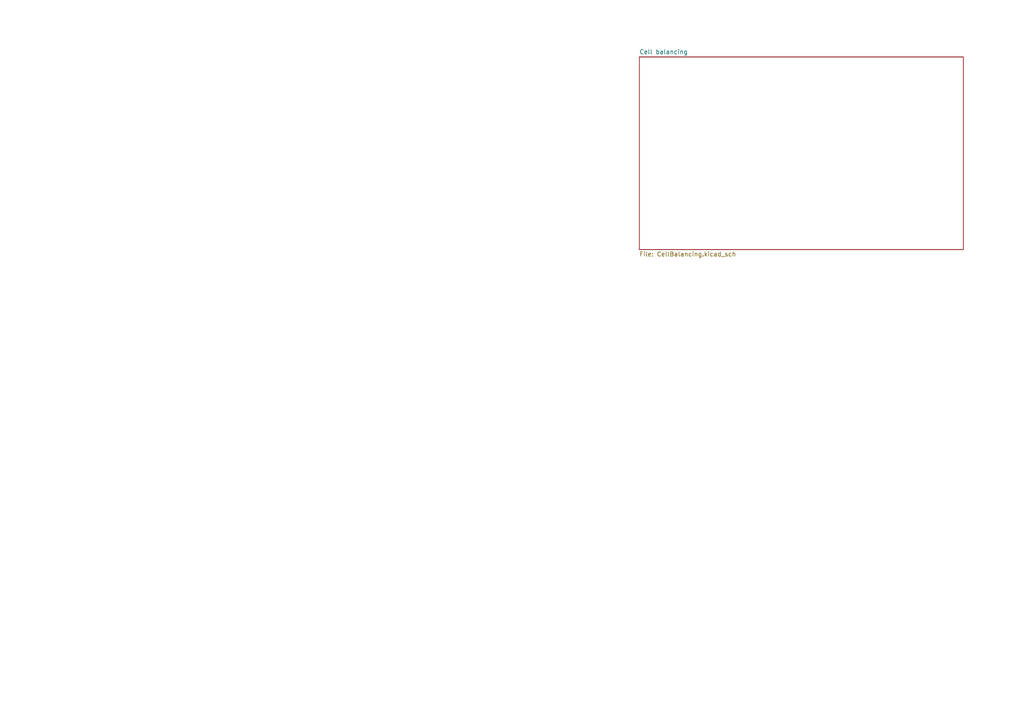
<source format=kicad_sch>
(kicad_sch
	(version 20231120)
	(generator "eeschema")
	(generator_version "8.0")
	(uuid "661cba02-8aeb-4b50-bd29-f76717860137")
	(paper "A4")
	(lib_symbols)
	(sheet
		(at 185.42 16.51)
		(size 93.98 55.88)
		(fields_autoplaced yes)
		(stroke
			(width 0.1524)
			(type solid)
		)
		(fill
			(color 0 0 0 0.0000)
		)
		(uuid "f3c0ddf5-767a-44e9-a645-a8b586e62f31")
		(property "Sheetname" "Cell balancing"
			(at 185.42 15.7984 0)
			(effects
				(font
					(size 1.27 1.27)
				)
				(justify left bottom)
			)
		)
		(property "Sheetfile" "CellBalancing.kicad_sch"
			(at 185.42 72.9746 0)
			(effects
				(font
					(size 1.27 1.27)
				)
				(justify left top)
			)
		)
		(instances
			(project "BattMaster"
				(path "/661cba02-8aeb-4b50-bd29-f76717860137"
					(page "2")
				)
			)
		)
	)
	(sheet_instances
		(path "/"
			(page "1")
		)
	)
)

</source>
